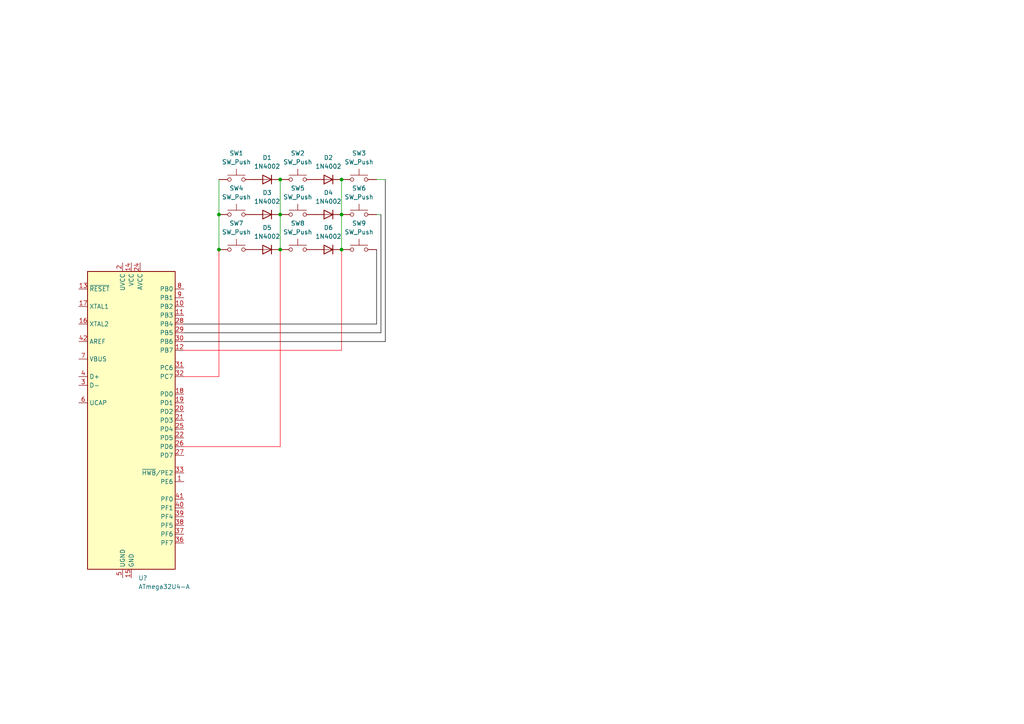
<source format=kicad_sch>
(kicad_sch (version 20211123) (generator eeschema)

  (uuid 8fc4f3e0-c75f-4327-bc6b-0b5fa25a6799)

  (paper "A4")

  (lib_symbols
    (symbol "Diode:1N4002" (pin_numbers hide) (pin_names (offset 1.016) hide) (in_bom yes) (on_board yes)
      (property "Reference" "D" (id 0) (at 0 2.54 0)
        (effects (font (size 1.27 1.27)))
      )
      (property "Value" "1N4002" (id 1) (at 0 -2.54 0)
        (effects (font (size 1.27 1.27)))
      )
      (property "Footprint" "Diode_THT:D_DO-41_SOD81_P10.16mm_Horizontal" (id 2) (at 0 -4.445 0)
        (effects (font (size 1.27 1.27)) hide)
      )
      (property "Datasheet" "http://www.vishay.com/docs/88503/1n4001.pdf" (id 3) (at 0 0 0)
        (effects (font (size 1.27 1.27)) hide)
      )
      (property "ki_keywords" "diode" (id 4) (at 0 0 0)
        (effects (font (size 1.27 1.27)) hide)
      )
      (property "ki_description" "100V 1A General Purpose Rectifier Diode, DO-41" (id 5) (at 0 0 0)
        (effects (font (size 1.27 1.27)) hide)
      )
      (property "ki_fp_filters" "D*DO?41*" (id 6) (at 0 0 0)
        (effects (font (size 1.27 1.27)) hide)
      )
      (symbol "1N4002_0_1"
        (polyline
          (pts
            (xy -1.27 1.27)
            (xy -1.27 -1.27)
          )
          (stroke (width 0.254) (type default) (color 0 0 0 0))
          (fill (type none))
        )
        (polyline
          (pts
            (xy 1.27 0)
            (xy -1.27 0)
          )
          (stroke (width 0) (type default) (color 0 0 0 0))
          (fill (type none))
        )
        (polyline
          (pts
            (xy 1.27 1.27)
            (xy 1.27 -1.27)
            (xy -1.27 0)
            (xy 1.27 1.27)
          )
          (stroke (width 0.254) (type default) (color 0 0 0 0))
          (fill (type none))
        )
      )
      (symbol "1N4002_1_1"
        (pin passive line (at -3.81 0 0) (length 2.54)
          (name "K" (effects (font (size 1.27 1.27))))
          (number "1" (effects (font (size 1.27 1.27))))
        )
        (pin passive line (at 3.81 0 180) (length 2.54)
          (name "A" (effects (font (size 1.27 1.27))))
          (number "2" (effects (font (size 1.27 1.27))))
        )
      )
    )
    (symbol "MCU_Microchip_ATmega:ATmega32U4-A" (in_bom yes) (on_board yes)
      (property "Reference" "U" (id 0) (at -12.7 44.45 0)
        (effects (font (size 1.27 1.27)) (justify left bottom))
      )
      (property "Value" "ATmega32U4-A" (id 1) (at 2.54 -44.45 0)
        (effects (font (size 1.27 1.27)) (justify left top))
      )
      (property "Footprint" "Package_QFP:TQFP-44_10x10mm_P0.8mm" (id 2) (at 0 0 0)
        (effects (font (size 1.27 1.27) italic) hide)
      )
      (property "Datasheet" "http://ww1.microchip.com/downloads/en/DeviceDoc/Atmel-7766-8-bit-AVR-ATmega16U4-32U4_Datasheet.pdf" (id 3) (at 0 0 0)
        (effects (font (size 1.27 1.27)) hide)
      )
      (property "ki_keywords" "AVR 8bit Microcontroller MegaAVR USB" (id 4) (at 0 0 0)
        (effects (font (size 1.27 1.27)) hide)
      )
      (property "ki_description" "16MHz, 32kB Flash, 2.5kB SRAM, 1kB EEPROM, USB 2.0, TQFP-44" (id 5) (at 0 0 0)
        (effects (font (size 1.27 1.27)) hide)
      )
      (property "ki_fp_filters" "TQFP*10x10mm*P0.8mm*" (id 6) (at 0 0 0)
        (effects (font (size 1.27 1.27)) hide)
      )
      (symbol "ATmega32U4-A_0_1"
        (rectangle (start -12.7 -43.18) (end 12.7 43.18)
          (stroke (width 0.254) (type default) (color 0 0 0 0))
          (fill (type background))
        )
      )
      (symbol "ATmega32U4-A_1_1"
        (pin bidirectional line (at 15.24 -17.78 180) (length 2.54)
          (name "PE6" (effects (font (size 1.27 1.27))))
          (number "1" (effects (font (size 1.27 1.27))))
        )
        (pin bidirectional line (at 15.24 33.02 180) (length 2.54)
          (name "PB2" (effects (font (size 1.27 1.27))))
          (number "10" (effects (font (size 1.27 1.27))))
        )
        (pin bidirectional line (at 15.24 30.48 180) (length 2.54)
          (name "PB3" (effects (font (size 1.27 1.27))))
          (number "11" (effects (font (size 1.27 1.27))))
        )
        (pin bidirectional line (at 15.24 20.32 180) (length 2.54)
          (name "PB7" (effects (font (size 1.27 1.27))))
          (number "12" (effects (font (size 1.27 1.27))))
        )
        (pin input line (at -15.24 38.1 0) (length 2.54)
          (name "~{RESET}" (effects (font (size 1.27 1.27))))
          (number "13" (effects (font (size 1.27 1.27))))
        )
        (pin power_in line (at 0 45.72 270) (length 2.54)
          (name "VCC" (effects (font (size 1.27 1.27))))
          (number "14" (effects (font (size 1.27 1.27))))
        )
        (pin power_in line (at 0 -45.72 90) (length 2.54)
          (name "GND" (effects (font (size 1.27 1.27))))
          (number "15" (effects (font (size 1.27 1.27))))
        )
        (pin output line (at -15.24 27.94 0) (length 2.54)
          (name "XTAL2" (effects (font (size 1.27 1.27))))
          (number "16" (effects (font (size 1.27 1.27))))
        )
        (pin input line (at -15.24 33.02 0) (length 2.54)
          (name "XTAL1" (effects (font (size 1.27 1.27))))
          (number "17" (effects (font (size 1.27 1.27))))
        )
        (pin bidirectional line (at 15.24 7.62 180) (length 2.54)
          (name "PD0" (effects (font (size 1.27 1.27))))
          (number "18" (effects (font (size 1.27 1.27))))
        )
        (pin bidirectional line (at 15.24 5.08 180) (length 2.54)
          (name "PD1" (effects (font (size 1.27 1.27))))
          (number "19" (effects (font (size 1.27 1.27))))
        )
        (pin power_in line (at -2.54 45.72 270) (length 2.54)
          (name "UVCC" (effects (font (size 1.27 1.27))))
          (number "2" (effects (font (size 1.27 1.27))))
        )
        (pin bidirectional line (at 15.24 2.54 180) (length 2.54)
          (name "PD2" (effects (font (size 1.27 1.27))))
          (number "20" (effects (font (size 1.27 1.27))))
        )
        (pin bidirectional line (at 15.24 0 180) (length 2.54)
          (name "PD3" (effects (font (size 1.27 1.27))))
          (number "21" (effects (font (size 1.27 1.27))))
        )
        (pin bidirectional line (at 15.24 -5.08 180) (length 2.54)
          (name "PD5" (effects (font (size 1.27 1.27))))
          (number "22" (effects (font (size 1.27 1.27))))
        )
        (pin passive line (at 0 -45.72 90) (length 2.54) hide
          (name "GND" (effects (font (size 1.27 1.27))))
          (number "23" (effects (font (size 1.27 1.27))))
        )
        (pin power_in line (at 2.54 45.72 270) (length 2.54)
          (name "AVCC" (effects (font (size 1.27 1.27))))
          (number "24" (effects (font (size 1.27 1.27))))
        )
        (pin bidirectional line (at 15.24 -2.54 180) (length 2.54)
          (name "PD4" (effects (font (size 1.27 1.27))))
          (number "25" (effects (font (size 1.27 1.27))))
        )
        (pin bidirectional line (at 15.24 -7.62 180) (length 2.54)
          (name "PD6" (effects (font (size 1.27 1.27))))
          (number "26" (effects (font (size 1.27 1.27))))
        )
        (pin bidirectional line (at 15.24 -10.16 180) (length 2.54)
          (name "PD7" (effects (font (size 1.27 1.27))))
          (number "27" (effects (font (size 1.27 1.27))))
        )
        (pin bidirectional line (at 15.24 27.94 180) (length 2.54)
          (name "PB4" (effects (font (size 1.27 1.27))))
          (number "28" (effects (font (size 1.27 1.27))))
        )
        (pin bidirectional line (at 15.24 25.4 180) (length 2.54)
          (name "PB5" (effects (font (size 1.27 1.27))))
          (number "29" (effects (font (size 1.27 1.27))))
        )
        (pin bidirectional line (at -15.24 10.16 0) (length 2.54)
          (name "D-" (effects (font (size 1.27 1.27))))
          (number "3" (effects (font (size 1.27 1.27))))
        )
        (pin bidirectional line (at 15.24 22.86 180) (length 2.54)
          (name "PB6" (effects (font (size 1.27 1.27))))
          (number "30" (effects (font (size 1.27 1.27))))
        )
        (pin bidirectional line (at 15.24 15.24 180) (length 2.54)
          (name "PC6" (effects (font (size 1.27 1.27))))
          (number "31" (effects (font (size 1.27 1.27))))
        )
        (pin bidirectional line (at 15.24 12.7 180) (length 2.54)
          (name "PC7" (effects (font (size 1.27 1.27))))
          (number "32" (effects (font (size 1.27 1.27))))
        )
        (pin bidirectional line (at 15.24 -15.24 180) (length 2.54)
          (name "~{HWB}/PE2" (effects (font (size 1.27 1.27))))
          (number "33" (effects (font (size 1.27 1.27))))
        )
        (pin passive line (at 0 45.72 270) (length 2.54) hide
          (name "VCC" (effects (font (size 1.27 1.27))))
          (number "34" (effects (font (size 1.27 1.27))))
        )
        (pin passive line (at 0 -45.72 90) (length 2.54) hide
          (name "GND" (effects (font (size 1.27 1.27))))
          (number "35" (effects (font (size 1.27 1.27))))
        )
        (pin bidirectional line (at 15.24 -35.56 180) (length 2.54)
          (name "PF7" (effects (font (size 1.27 1.27))))
          (number "36" (effects (font (size 1.27 1.27))))
        )
        (pin bidirectional line (at 15.24 -33.02 180) (length 2.54)
          (name "PF6" (effects (font (size 1.27 1.27))))
          (number "37" (effects (font (size 1.27 1.27))))
        )
        (pin bidirectional line (at 15.24 -30.48 180) (length 2.54)
          (name "PF5" (effects (font (size 1.27 1.27))))
          (number "38" (effects (font (size 1.27 1.27))))
        )
        (pin bidirectional line (at 15.24 -27.94 180) (length 2.54)
          (name "PF4" (effects (font (size 1.27 1.27))))
          (number "39" (effects (font (size 1.27 1.27))))
        )
        (pin bidirectional line (at -15.24 12.7 0) (length 2.54)
          (name "D+" (effects (font (size 1.27 1.27))))
          (number "4" (effects (font (size 1.27 1.27))))
        )
        (pin bidirectional line (at 15.24 -25.4 180) (length 2.54)
          (name "PF1" (effects (font (size 1.27 1.27))))
          (number "40" (effects (font (size 1.27 1.27))))
        )
        (pin bidirectional line (at 15.24 -22.86 180) (length 2.54)
          (name "PF0" (effects (font (size 1.27 1.27))))
          (number "41" (effects (font (size 1.27 1.27))))
        )
        (pin passive line (at -15.24 22.86 0) (length 2.54)
          (name "AREF" (effects (font (size 1.27 1.27))))
          (number "42" (effects (font (size 1.27 1.27))))
        )
        (pin passive line (at 0 -45.72 90) (length 2.54) hide
          (name "GND" (effects (font (size 1.27 1.27))))
          (number "43" (effects (font (size 1.27 1.27))))
        )
        (pin passive line (at 2.54 45.72 270) (length 2.54) hide
          (name "AVCC" (effects (font (size 1.27 1.27))))
          (number "44" (effects (font (size 1.27 1.27))))
        )
        (pin passive line (at -2.54 -45.72 90) (length 2.54)
          (name "UGND" (effects (font (size 1.27 1.27))))
          (number "5" (effects (font (size 1.27 1.27))))
        )
        (pin passive line (at -15.24 5.08 0) (length 2.54)
          (name "UCAP" (effects (font (size 1.27 1.27))))
          (number "6" (effects (font (size 1.27 1.27))))
        )
        (pin input line (at -15.24 17.78 0) (length 2.54)
          (name "VBUS" (effects (font (size 1.27 1.27))))
          (number "7" (effects (font (size 1.27 1.27))))
        )
        (pin bidirectional line (at 15.24 38.1 180) (length 2.54)
          (name "PB0" (effects (font (size 1.27 1.27))))
          (number "8" (effects (font (size 1.27 1.27))))
        )
        (pin bidirectional line (at 15.24 35.56 180) (length 2.54)
          (name "PB1" (effects (font (size 1.27 1.27))))
          (number "9" (effects (font (size 1.27 1.27))))
        )
      )
    )
    (symbol "Switch:SW_Push" (pin_numbers hide) (pin_names (offset 1.016) hide) (in_bom yes) (on_board yes)
      (property "Reference" "SW" (id 0) (at 1.27 2.54 0)
        (effects (font (size 1.27 1.27)) (justify left))
      )
      (property "Value" "SW_Push" (id 1) (at 0 -1.524 0)
        (effects (font (size 1.27 1.27)))
      )
      (property "Footprint" "" (id 2) (at 0 5.08 0)
        (effects (font (size 1.27 1.27)) hide)
      )
      (property "Datasheet" "~" (id 3) (at 0 5.08 0)
        (effects (font (size 1.27 1.27)) hide)
      )
      (property "ki_keywords" "switch normally-open pushbutton push-button" (id 4) (at 0 0 0)
        (effects (font (size 1.27 1.27)) hide)
      )
      (property "ki_description" "Push button switch, generic, two pins" (id 5) (at 0 0 0)
        (effects (font (size 1.27 1.27)) hide)
      )
      (symbol "SW_Push_0_1"
        (circle (center -2.032 0) (radius 0.508)
          (stroke (width 0) (type default) (color 0 0 0 0))
          (fill (type none))
        )
        (polyline
          (pts
            (xy 0 1.27)
            (xy 0 3.048)
          )
          (stroke (width 0) (type default) (color 0 0 0 0))
          (fill (type none))
        )
        (polyline
          (pts
            (xy 2.54 1.27)
            (xy -2.54 1.27)
          )
          (stroke (width 0) (type default) (color 0 0 0 0))
          (fill (type none))
        )
        (circle (center 2.032 0) (radius 0.508)
          (stroke (width 0) (type default) (color 0 0 0 0))
          (fill (type none))
        )
        (pin passive line (at -5.08 0 0) (length 2.54)
          (name "1" (effects (font (size 1.27 1.27))))
          (number "1" (effects (font (size 1.27 1.27))))
        )
        (pin passive line (at 5.08 0 180) (length 2.54)
          (name "2" (effects (font (size 1.27 1.27))))
          (number "2" (effects (font (size 1.27 1.27))))
        )
      )
    )
  )

  (junction (at 99.06 62.23) (diameter 0) (color 0 0 0 0)
    (uuid 00b5a8db-45cd-4412-83ef-d0f0a386c0dd)
  )
  (junction (at 81.28 72.39) (diameter 0) (color 0 0 0 0)
    (uuid 24221c71-fdb0-4b91-80c7-72c31eecb098)
  )
  (junction (at 99.06 72.39) (diameter 0) (color 0 0 0 0)
    (uuid 4b7a1ed4-0cdb-4be4-a070-5ef6c858d0c7)
  )
  (junction (at 63.5 72.39) (diameter 0) (color 0 0 0 0)
    (uuid 78d683e8-98a2-47b5-9a4d-84128950e882)
  )
  (junction (at 81.28 62.23) (diameter 0) (color 0 0 0 0)
    (uuid 99786e3b-b1ec-4397-82b2-6cc2b4f6b6f8)
  )
  (junction (at 81.28 52.07) (diameter 0) (color 0 0 0 0)
    (uuid c568da5e-0638-461b-b902-3243a711bd2d)
  )
  (junction (at 99.06 52.07) (diameter 0) (color 0 0 0 0)
    (uuid d004ef8e-8697-44c4-9e64-5a8aa6417889)
  )
  (junction (at 63.5 62.23) (diameter 0) (color 0 0 0 0)
    (uuid e3370953-d1c0-4ca9-bfba-edd791f4239a)
  )

  (wire (pts (xy 110.49 62.23) (xy 110.49 96.52))
    (stroke (width 0) (type default) (color 0 0 0 1))
    (uuid 0f3e2ec2-83df-46b1-b8e2-69ec6dcce7e8)
  )
  (wire (pts (xy 110.49 96.52) (xy 53.34 96.52))
    (stroke (width 0) (type default) (color 0 0 0 1))
    (uuid 11eff28b-87b0-48b4-be95-af5d033b61f4)
  )
  (wire (pts (xy 111.76 52.07) (xy 111.76 99.06))
    (stroke (width 0) (type default) (color 0 0 0 1))
    (uuid 16310e28-3243-4254-b9d7-905bb5342efb)
  )
  (wire (pts (xy 99.06 101.6) (xy 99.06 72.39))
    (stroke (width 0) (type default) (color 255 0 17 1))
    (uuid 203106cf-d7ab-4573-8eba-5ee2ff70f33c)
  )
  (wire (pts (xy 81.28 62.23) (xy 81.28 72.39))
    (stroke (width 0) (type default) (color 0 0 0 0))
    (uuid 3b06bb30-25d0-444e-bdc0-ae1c0450851a)
  )
  (wire (pts (xy 53.34 129.54) (xy 81.28 129.54))
    (stroke (width 0) (type default) (color 255 0 17 1))
    (uuid 5e4ca298-4b23-4de1-b686-915e94c83c88)
  )
  (wire (pts (xy 63.5 62.23) (xy 63.5 72.39))
    (stroke (width 0) (type default) (color 0 0 0 0))
    (uuid 6e3304b1-d8c6-4a0f-b89f-ed516fb85988)
  )
  (wire (pts (xy 63.5 109.22) (xy 63.5 72.39))
    (stroke (width 0) (type default) (color 255 0 17 1))
    (uuid 6e6cf5ca-99c1-4c17-abf0-2a4dd0144bd2)
  )
  (wire (pts (xy 111.76 99.06) (xy 53.34 99.06))
    (stroke (width 0) (type default) (color 0 0 0 1))
    (uuid 79d71fdf-502b-4752-9426-f5cc3c40d2e9)
  )
  (wire (pts (xy 109.22 52.07) (xy 111.76 52.07))
    (stroke (width 0) (type default) (color 0 0 0 0))
    (uuid 7a5774f1-02a6-4f5d-a726-f99119885299)
  )
  (wire (pts (xy 109.22 62.23) (xy 110.49 62.23))
    (stroke (width 0) (type default) (color 0 0 0 0))
    (uuid 9f576c58-7fd2-4f94-b6c9-568812192218)
  )
  (wire (pts (xy 109.22 93.98) (xy 53.34 93.98))
    (stroke (width 0) (type default) (color 0 0 0 1))
    (uuid a1d77b00-b144-4f19-83e7-aa66d6eaf8ff)
  )
  (wire (pts (xy 99.06 52.07) (xy 99.06 62.23))
    (stroke (width 0) (type default) (color 0 0 0 0))
    (uuid a3d4fd57-26b6-4c79-9709-da9481f8278d)
  )
  (wire (pts (xy 53.34 109.22) (xy 63.5 109.22))
    (stroke (width 0) (type default) (color 255 0 17 1))
    (uuid a7385938-65c0-4283-b980-18d6cc0b52fb)
  )
  (wire (pts (xy 81.28 129.54) (xy 81.28 72.39))
    (stroke (width 0) (type default) (color 255 0 17 1))
    (uuid a831b2f6-1c1d-4292-b81d-fbeb80195f4b)
  )
  (wire (pts (xy 53.34 101.6) (xy 99.06 101.6))
    (stroke (width 0) (type default) (color 255 0 17 1))
    (uuid ab821a40-be8c-4021-9375-df7bf072eb2b)
  )
  (wire (pts (xy 99.06 62.23) (xy 99.06 72.39))
    (stroke (width 0) (type default) (color 0 0 0 0))
    (uuid ca5867b9-c828-481a-9444-19c49b0deea6)
  )
  (wire (pts (xy 109.22 72.39) (xy 109.22 93.98))
    (stroke (width 0) (type default) (color 0 0 0 1))
    (uuid e5f446fb-1558-4e89-9b01-4deca438f3d9)
  )
  (wire (pts (xy 63.5 52.07) (xy 63.5 62.23))
    (stroke (width 0) (type default) (color 0 0 0 0))
    (uuid f54cf0c2-406f-43d9-96cf-ccc2c51e4a37)
  )
  (wire (pts (xy 81.28 52.07) (xy 81.28 62.23))
    (stroke (width 0) (type default) (color 0 0 0 0))
    (uuid f93e67c2-41cc-4f85-a115-0de46806ea34)
  )

  (symbol (lib_id "Switch:SW_Push") (at 104.14 52.07 0) (unit 1)
    (in_bom yes) (on_board yes) (fields_autoplaced)
    (uuid 0d004b9d-350e-4e7b-a68e-0454278e5382)
    (property "Reference" "SW3" (id 0) (at 104.14 44.45 0))
    (property "Value" "SW_Push" (id 1) (at 104.14 46.99 0))
    (property "Footprint" "" (id 2) (at 104.14 46.99 0)
      (effects (font (size 1.27 1.27)) hide)
    )
    (property "Datasheet" "~" (id 3) (at 104.14 46.99 0)
      (effects (font (size 1.27 1.27)) hide)
    )
    (pin "1" (uuid f734cc13-c248-45b3-8066-9c799a9206af))
    (pin "2" (uuid b4e1aec9-c772-406f-9d5a-25f23dee5ab8))
  )

  (symbol (lib_id "Diode:1N4002") (at 77.47 52.07 180) (unit 1)
    (in_bom yes) (on_board yes) (fields_autoplaced)
    (uuid 1c6dfd06-e2f7-40e4-8d95-a687b7eee9ce)
    (property "Reference" "D1" (id 0) (at 77.47 45.72 0))
    (property "Value" "1N4002" (id 1) (at 77.47 48.26 0))
    (property "Footprint" "Diode_THT:D_DO-41_SOD81_P10.16mm_Horizontal" (id 2) (at 77.47 47.625 0)
      (effects (font (size 1.27 1.27)) hide)
    )
    (property "Datasheet" "http://www.vishay.com/docs/88503/1n4001.pdf" (id 3) (at 77.47 52.07 0)
      (effects (font (size 1.27 1.27)) hide)
    )
    (pin "1" (uuid dc1ac7a1-4853-4a7e-8813-2d30de00d97f))
    (pin "2" (uuid 43a1808f-9104-4d19-8171-ca677bdedc05))
  )

  (symbol (lib_id "Switch:SW_Push") (at 86.36 62.23 0) (unit 1)
    (in_bom yes) (on_board yes) (fields_autoplaced)
    (uuid 2ae231b4-1882-4288-9ef9-77b09d8f5d5c)
    (property "Reference" "SW5" (id 0) (at 86.36 54.61 0))
    (property "Value" "SW_Push" (id 1) (at 86.36 57.15 0))
    (property "Footprint" "" (id 2) (at 86.36 57.15 0)
      (effects (font (size 1.27 1.27)) hide)
    )
    (property "Datasheet" "~" (id 3) (at 86.36 57.15 0)
      (effects (font (size 1.27 1.27)) hide)
    )
    (pin "1" (uuid 771eddf5-75b5-4e8d-8dd6-d6a505fe0cf2))
    (pin "2" (uuid 25552b41-c7f6-49e6-9136-86f67fb05c4b))
  )

  (symbol (lib_id "Switch:SW_Push") (at 104.14 62.23 0) (unit 1)
    (in_bom yes) (on_board yes) (fields_autoplaced)
    (uuid 2cd8dea4-54d2-486c-9bb2-edafb1a18486)
    (property "Reference" "SW6" (id 0) (at 104.14 54.61 0))
    (property "Value" "SW_Push" (id 1) (at 104.14 57.15 0))
    (property "Footprint" "" (id 2) (at 104.14 57.15 0)
      (effects (font (size 1.27 1.27)) hide)
    )
    (property "Datasheet" "~" (id 3) (at 104.14 57.15 0)
      (effects (font (size 1.27 1.27)) hide)
    )
    (pin "1" (uuid e5775741-67f7-405d-9526-8f2789177dfe))
    (pin "2" (uuid b3fd1c71-38f6-428c-980e-7beb3a058771))
  )

  (symbol (lib_id "Diode:1N4002") (at 95.25 62.23 180) (unit 1)
    (in_bom yes) (on_board yes) (fields_autoplaced)
    (uuid 51321678-bf4d-4303-afbe-7a09bf64fdf9)
    (property "Reference" "D4" (id 0) (at 95.25 55.88 0))
    (property "Value" "1N4002" (id 1) (at 95.25 58.42 0))
    (property "Footprint" "Diode_THT:D_DO-41_SOD81_P10.16mm_Horizontal" (id 2) (at 95.25 57.785 0)
      (effects (font (size 1.27 1.27)) hide)
    )
    (property "Datasheet" "http://www.vishay.com/docs/88503/1n4001.pdf" (id 3) (at 95.25 62.23 0)
      (effects (font (size 1.27 1.27)) hide)
    )
    (pin "1" (uuid be92b1fe-3e8e-4b04-90c0-7b5e5adb55da))
    (pin "2" (uuid b44a924a-b56a-43a8-ad14-1f2297f3cf29))
  )

  (symbol (lib_id "Switch:SW_Push") (at 86.36 72.39 0) (unit 1)
    (in_bom yes) (on_board yes) (fields_autoplaced)
    (uuid 51f1ca39-97d5-4fc1-b4ce-3d48b3b0b06b)
    (property "Reference" "SW8" (id 0) (at 86.36 64.77 0))
    (property "Value" "SW_Push" (id 1) (at 86.36 67.31 0))
    (property "Footprint" "" (id 2) (at 86.36 67.31 0)
      (effects (font (size 1.27 1.27)) hide)
    )
    (property "Datasheet" "~" (id 3) (at 86.36 67.31 0)
      (effects (font (size 1.27 1.27)) hide)
    )
    (pin "1" (uuid 7dcb8050-9039-49b6-a5f7-49eb321c63f0))
    (pin "2" (uuid 5d3407f3-8531-4394-b879-80005aa98419))
  )

  (symbol (lib_id "Switch:SW_Push") (at 68.58 62.23 0) (unit 1)
    (in_bom yes) (on_board yes) (fields_autoplaced)
    (uuid 6285bf34-6b41-4f73-b497-94a67a869df5)
    (property "Reference" "SW4" (id 0) (at 68.58 54.61 0))
    (property "Value" "SW_Push" (id 1) (at 68.58 57.15 0))
    (property "Footprint" "" (id 2) (at 68.58 57.15 0)
      (effects (font (size 1.27 1.27)) hide)
    )
    (property "Datasheet" "~" (id 3) (at 68.58 57.15 0)
      (effects (font (size 1.27 1.27)) hide)
    )
    (pin "1" (uuid fb5007bf-448b-47ed-b624-04a41b75202d))
    (pin "2" (uuid 0df88a5b-cf98-4963-b449-97fc31630a9b))
  )

  (symbol (lib_id "Diode:1N4002") (at 77.47 72.39 180) (unit 1)
    (in_bom yes) (on_board yes) (fields_autoplaced)
    (uuid 63847092-04ff-4cfa-ae4b-daab71e4b0b1)
    (property "Reference" "D5" (id 0) (at 77.47 66.04 0))
    (property "Value" "1N4002" (id 1) (at 77.47 68.58 0))
    (property "Footprint" "Diode_THT:D_DO-41_SOD81_P10.16mm_Horizontal" (id 2) (at 77.47 67.945 0)
      (effects (font (size 1.27 1.27)) hide)
    )
    (property "Datasheet" "http://www.vishay.com/docs/88503/1n4001.pdf" (id 3) (at 77.47 72.39 0)
      (effects (font (size 1.27 1.27)) hide)
    )
    (pin "1" (uuid 4fb0e983-411f-45dd-b7d0-4bf7327c06e8))
    (pin "2" (uuid 4e74b24c-d51f-42d5-8854-4562ea79759e))
  )

  (symbol (lib_id "Switch:SW_Push") (at 86.36 52.07 0) (unit 1)
    (in_bom yes) (on_board yes) (fields_autoplaced)
    (uuid 63bfb4a5-2968-430d-b557-dadcd290eef8)
    (property "Reference" "SW2" (id 0) (at 86.36 44.45 0))
    (property "Value" "SW_Push" (id 1) (at 86.36 46.99 0))
    (property "Footprint" "" (id 2) (at 86.36 46.99 0)
      (effects (font (size 1.27 1.27)) hide)
    )
    (property "Datasheet" "~" (id 3) (at 86.36 46.99 0)
      (effects (font (size 1.27 1.27)) hide)
    )
    (pin "1" (uuid 747a8c75-c4d5-40e1-beb6-752bc4b27fa2))
    (pin "2" (uuid 3cc9b154-4bdf-4ac1-966e-9daafb23ea6e))
  )

  (symbol (lib_id "MCU_Microchip_ATmega:ATmega32U4-A") (at 38.1 121.92 0) (unit 1)
    (in_bom yes) (on_board yes) (fields_autoplaced)
    (uuid 67ace9f4-2794-47b3-b677-73045ae7d587)
    (property "Reference" "U?" (id 0) (at 40.1194 167.64 0)
      (effects (font (size 1.27 1.27)) (justify left))
    )
    (property "Value" "ATmega32U4-A" (id 1) (at 40.1194 170.18 0)
      (effects (font (size 1.27 1.27)) (justify left))
    )
    (property "Footprint" "Package_QFP:TQFP-44_10x10mm_P0.8mm" (id 2) (at 38.1 121.92 0)
      (effects (font (size 1.27 1.27) italic) hide)
    )
    (property "Datasheet" "http://ww1.microchip.com/downloads/en/DeviceDoc/Atmel-7766-8-bit-AVR-ATmega16U4-32U4_Datasheet.pdf" (id 3) (at 38.1 121.92 0)
      (effects (font (size 1.27 1.27)) hide)
    )
    (pin "1" (uuid 32e651ac-258c-46d8-9857-8f7af890c400))
    (pin "10" (uuid 028f3c22-0adb-4e1c-9d8a-0c8a1c6d8577))
    (pin "11" (uuid 370f1a1b-1bbf-4fc9-b425-eab4908f104e))
    (pin "12" (uuid 5027b2fc-d682-4237-aed2-d8d668c5f14d))
    (pin "13" (uuid 3ad68165-b7e0-4859-9947-f8c9c22a3b5e))
    (pin "14" (uuid d60af8bc-67f8-4d82-a1e7-87614fe27e6d))
    (pin "15" (uuid e7dd9beb-7bda-4080-92fb-af08711bfa08))
    (pin "16" (uuid d5c1f496-55b1-491a-972a-02faf1b2949f))
    (pin "17" (uuid 1c551624-80ea-4918-9b8a-481bd9a61cf1))
    (pin "18" (uuid ecdc4431-c99c-4bc6-82c2-91b55157a940))
    (pin "19" (uuid c56da163-9d18-448c-8915-abb729ec8067))
    (pin "2" (uuid e875320f-ec81-4412-b474-95e7bfc4a837))
    (pin "20" (uuid a0798b1e-7221-4124-9b32-2b401857009d))
    (pin "21" (uuid f860e9ad-8454-4b5f-80ca-034142f04121))
    (pin "22" (uuid 180d31c8-d5c5-4dfd-8c25-5d4804510570))
    (pin "23" (uuid aabadfc8-76d5-4ffc-b5ef-5b4b56a4b933))
    (pin "24" (uuid 4ad97a8e-b6a1-4d37-82d4-372fc7d65444))
    (pin "25" (uuid bf8a028f-aba3-4549-a7cb-bc17733d8f24))
    (pin "26" (uuid ce759e39-b793-4416-8f5b-0c7010897c69))
    (pin "27" (uuid 18fa91f0-4231-46bd-aa2d-0c6f42348ae6))
    (pin "28" (uuid 841db8c1-d055-4bd5-b089-f9baef5a46dd))
    (pin "29" (uuid 8ae2a5e3-0d49-4e73-a6b2-876063656882))
    (pin "3" (uuid 8127456a-86fa-4b94-b159-501860ce6d78))
    (pin "30" (uuid 82b62631-8af1-4369-9562-7c80df37f0f4))
    (pin "31" (uuid 67ac8250-0909-40cc-bed8-1bef931c9ac6))
    (pin "32" (uuid fbc2ac16-44a2-4520-a4ea-7d5e44960c40))
    (pin "33" (uuid 146fe526-5c44-461f-af8f-0d238704e4f1))
    (pin "34" (uuid ba398274-98dc-4dfa-b091-50f7053be3af))
    (pin "35" (uuid 00a4f533-b061-481e-900c-6ee7fad93105))
    (pin "36" (uuid 76bdd176-6108-458d-8a7e-4091e7528f62))
    (pin "37" (uuid 2a8bdc66-dd48-4203-8d8b-06c04f71bbaf))
    (pin "38" (uuid 82c21ba4-ca20-45ab-bc5b-ad4d9a777784))
    (pin "39" (uuid d15348d1-b559-4929-b540-7260401a3d39))
    (pin "4" (uuid f60a92a3-48b6-49c1-80b9-dacefb851b43))
    (pin "40" (uuid b11070b6-0290-439f-9986-49324635951b))
    (pin "41" (uuid 25324aa1-a316-4aa9-a4bd-e80171d8e689))
    (pin "42" (uuid b1639430-d79c-464f-9b37-039287c847db))
    (pin "43" (uuid 00ffd910-e223-44d2-bf7f-3d06cfd861e1))
    (pin "44" (uuid 594c24eb-d714-452e-86e3-ff1a39721f61))
    (pin "5" (uuid 9a078eed-4fee-40ed-ace9-c92e3ad87835))
    (pin "6" (uuid 4b825fba-ddc2-4ad9-b2dd-003705eadf2a))
    (pin "7" (uuid cb7b17d7-3607-40ed-9760-de8bfbc9dfd7))
    (pin "8" (uuid 2760691c-bd46-4b43-b3f9-ace20624a7fb))
    (pin "9" (uuid 02505aff-44dc-4b3c-91a9-f6012ce3b61b))
  )

  (symbol (lib_id "Diode:1N4002") (at 95.25 52.07 180) (unit 1)
    (in_bom yes) (on_board yes) (fields_autoplaced)
    (uuid 7b810a0d-876c-4486-ad40-1bf3c2a926b2)
    (property "Reference" "D2" (id 0) (at 95.25 45.72 0))
    (property "Value" "1N4002" (id 1) (at 95.25 48.26 0))
    (property "Footprint" "Diode_THT:D_DO-41_SOD81_P10.16mm_Horizontal" (id 2) (at 95.25 47.625 0)
      (effects (font (size 1.27 1.27)) hide)
    )
    (property "Datasheet" "http://www.vishay.com/docs/88503/1n4001.pdf" (id 3) (at 95.25 52.07 0)
      (effects (font (size 1.27 1.27)) hide)
    )
    (pin "1" (uuid 50dee072-0588-4522-b353-95ad49cd42e1))
    (pin "2" (uuid edb9f637-09e7-4a3c-af01-24f01cf660a7))
  )

  (symbol (lib_id "Switch:SW_Push") (at 68.58 52.07 0) (unit 1)
    (in_bom yes) (on_board yes) (fields_autoplaced)
    (uuid 7eeef46a-971d-4a6d-b7d5-e5e478326d5f)
    (property "Reference" "SW1" (id 0) (at 68.58 44.45 0))
    (property "Value" "SW_Push" (id 1) (at 68.58 46.99 0))
    (property "Footprint" "" (id 2) (at 68.58 46.99 0)
      (effects (font (size 1.27 1.27)) hide)
    )
    (property "Datasheet" "~" (id 3) (at 68.58 46.99 0)
      (effects (font (size 1.27 1.27)) hide)
    )
    (pin "1" (uuid 0c10d0ae-17dc-418b-a815-70231df12f45))
    (pin "2" (uuid 436ff96c-4a81-48c8-b092-71cd2b207208))
  )

  (symbol (lib_id "Diode:1N4002") (at 95.25 72.39 180) (unit 1)
    (in_bom yes) (on_board yes) (fields_autoplaced)
    (uuid a5229d8a-1e10-46f3-94ac-681fecf011e8)
    (property "Reference" "D6" (id 0) (at 95.25 66.04 0))
    (property "Value" "1N4002" (id 1) (at 95.25 68.58 0))
    (property "Footprint" "Diode_THT:D_DO-41_SOD81_P10.16mm_Horizontal" (id 2) (at 95.25 67.945 0)
      (effects (font (size 1.27 1.27)) hide)
    )
    (property "Datasheet" "http://www.vishay.com/docs/88503/1n4001.pdf" (id 3) (at 95.25 72.39 0)
      (effects (font (size 1.27 1.27)) hide)
    )
    (pin "1" (uuid c508af3a-a3fc-43c3-af92-169f9cfbbc4b))
    (pin "2" (uuid b0ccbde0-eb1b-443d-91b1-35a09f1b1b43))
  )

  (symbol (lib_id "Diode:1N4002") (at 77.47 62.23 180) (unit 1)
    (in_bom yes) (on_board yes) (fields_autoplaced)
    (uuid e869bf95-81d4-4309-9857-1a93bef4d6a9)
    (property "Reference" "D3" (id 0) (at 77.47 55.88 0))
    (property "Value" "1N4002" (id 1) (at 77.47 58.42 0))
    (property "Footprint" "Diode_THT:D_DO-41_SOD81_P10.16mm_Horizontal" (id 2) (at 77.47 57.785 0)
      (effects (font (size 1.27 1.27)) hide)
    )
    (property "Datasheet" "http://www.vishay.com/docs/88503/1n4001.pdf" (id 3) (at 77.47 62.23 0)
      (effects (font (size 1.27 1.27)) hide)
    )
    (pin "1" (uuid fa7b6376-921b-4e0d-a977-c9f16dfe657b))
    (pin "2" (uuid 1cadce83-fc01-4d7a-9bd9-b34b5607e3cc))
  )

  (symbol (lib_id "Switch:SW_Push") (at 104.14 72.39 0) (unit 1)
    (in_bom yes) (on_board yes) (fields_autoplaced)
    (uuid eed30ebc-5e4b-4a37-817a-39cd7530134e)
    (property "Reference" "SW9" (id 0) (at 104.14 64.77 0))
    (property "Value" "SW_Push" (id 1) (at 104.14 67.31 0))
    (property "Footprint" "" (id 2) (at 104.14 67.31 0)
      (effects (font (size 1.27 1.27)) hide)
    )
    (property "Datasheet" "~" (id 3) (at 104.14 67.31 0)
      (effects (font (size 1.27 1.27)) hide)
    )
    (pin "1" (uuid 0136ce4d-1d93-4710-acbc-7d578edcc897))
    (pin "2" (uuid 2a758520-4789-40db-86ed-6411ddf6b3c4))
  )

  (symbol (lib_id "Switch:SW_Push") (at 68.58 72.39 0) (unit 1)
    (in_bom yes) (on_board yes) (fields_autoplaced)
    (uuid f94bd8ef-14a5-451b-bfc3-a35761c0578f)
    (property "Reference" "SW7" (id 0) (at 68.58 64.77 0))
    (property "Value" "SW_Push" (id 1) (at 68.58 67.31 0))
    (property "Footprint" "" (id 2) (at 68.58 67.31 0)
      (effects (font (size 1.27 1.27)) hide)
    )
    (property "Datasheet" "~" (id 3) (at 68.58 67.31 0)
      (effects (font (size 1.27 1.27)) hide)
    )
    (pin "1" (uuid acb92cb6-eae3-4b51-b7d6-e51695667580))
    (pin "2" (uuid e75328f5-9be3-4dd7-b6a3-f49148f41936))
  )

  (sheet_instances
    (path "/" (page "1"))
  )

  (symbol_instances
    (path "/1c6dfd06-e2f7-40e4-8d95-a687b7eee9ce"
      (reference "D1") (unit 1) (value "1N4002") (footprint "Diode_THT:D_DO-41_SOD81_P10.16mm_Horizontal")
    )
    (path "/7b810a0d-876c-4486-ad40-1bf3c2a926b2"
      (reference "D2") (unit 1) (value "1N4002") (footprint "Diode_THT:D_DO-41_SOD81_P10.16mm_Horizontal")
    )
    (path "/e869bf95-81d4-4309-9857-1a93bef4d6a9"
      (reference "D3") (unit 1) (value "1N4002") (footprint "Diode_THT:D_DO-41_SOD81_P10.16mm_Horizontal")
    )
    (path "/51321678-bf4d-4303-afbe-7a09bf64fdf9"
      (reference "D4") (unit 1) (value "1N4002") (footprint "Diode_THT:D_DO-41_SOD81_P10.16mm_Horizontal")
    )
    (path "/63847092-04ff-4cfa-ae4b-daab71e4b0b1"
      (reference "D5") (unit 1) (value "1N4002") (footprint "Diode_THT:D_DO-41_SOD81_P10.16mm_Horizontal")
    )
    (path "/a5229d8a-1e10-46f3-94ac-681fecf011e8"
      (reference "D6") (unit 1) (value "1N4002") (footprint "Diode_THT:D_DO-41_SOD81_P10.16mm_Horizontal")
    )
    (path "/7eeef46a-971d-4a6d-b7d5-e5e478326d5f"
      (reference "SW1") (unit 1) (value "SW_Push") (footprint "")
    )
    (path "/63bfb4a5-2968-430d-b557-dadcd290eef8"
      (reference "SW2") (unit 1) (value "SW_Push") (footprint "")
    )
    (path "/0d004b9d-350e-4e7b-a68e-0454278e5382"
      (reference "SW3") (unit 1) (value "SW_Push") (footprint "")
    )
    (path "/6285bf34-6b41-4f73-b497-94a67a869df5"
      (reference "SW4") (unit 1) (value "SW_Push") (footprint "")
    )
    (path "/2ae231b4-1882-4288-9ef9-77b09d8f5d5c"
      (reference "SW5") (unit 1) (value "SW_Push") (footprint "")
    )
    (path "/2cd8dea4-54d2-486c-9bb2-edafb1a18486"
      (reference "SW6") (unit 1) (value "SW_Push") (footprint "")
    )
    (path "/f94bd8ef-14a5-451b-bfc3-a35761c0578f"
      (reference "SW7") (unit 1) (value "SW_Push") (footprint "")
    )
    (path "/51f1ca39-97d5-4fc1-b4ce-3d48b3b0b06b"
      (reference "SW8") (unit 1) (value "SW_Push") (footprint "")
    )
    (path "/eed30ebc-5e4b-4a37-817a-39cd7530134e"
      (reference "SW9") (unit 1) (value "SW_Push") (footprint "")
    )
    (path "/67ace9f4-2794-47b3-b677-73045ae7d587"
      (reference "U?") (unit 1) (value "ATmega32U4-A") (footprint "Package_QFP:TQFP-44_10x10mm_P0.8mm")
    )
  )
)

</source>
